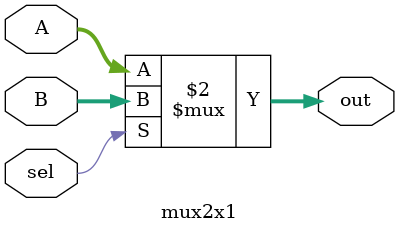
<source format=v>

module carrySellect8 (
input [7:0] A,
input [7:0] B,
input cin,
output[7:0] sum,
output cout
);

wire c4;
wire c80;
wire c81;
wire[3:0] temp80;
wire[3:0] temp81;

adder4 lowadder(A[3:0],B[3:0],cin,c4,sum[3:0]);

adder4 adder80(A[7:4],B[7:4],1'b0,c80,temp80[3:0]);

adder4 adder81(A[7:4],B[7:4],1'b1,c81,temp81[3:0]);

mux2x1 mux8(temp80[3:0],temp81[3:0],c4,sum[7:4]);

assign cout = (c4 | c80) & c81;

endmodule

module mux2x1(input[3:0] A,
input[3:0] B,
input sel,
output[3:0] out);

assign out = (sel == 1'b1) ? B : A;

endmodule 



</source>
